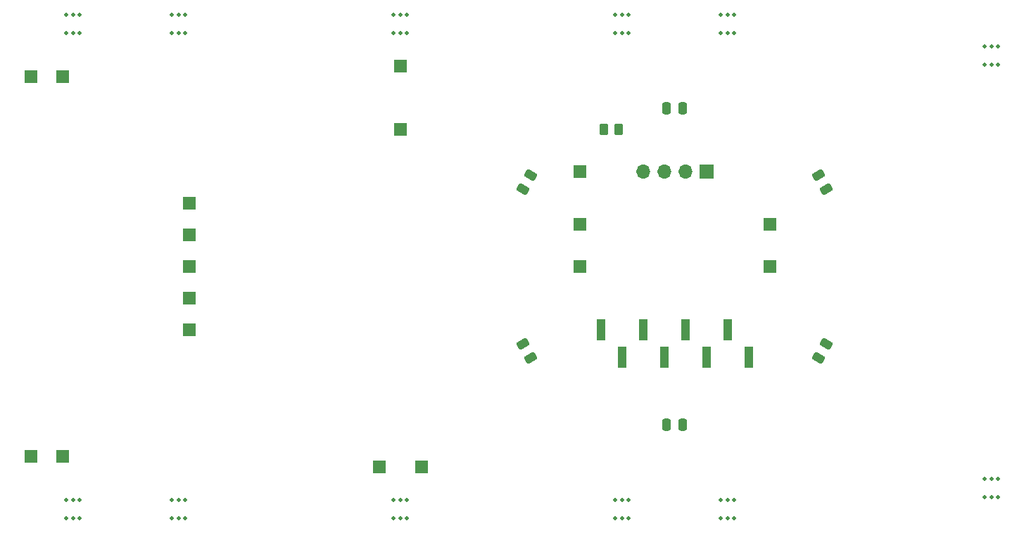
<source format=gbr>
%TF.GenerationSoftware,KiCad,Pcbnew,7.0.10*%
%TF.CreationDate,2024-02-12T11:39:43+01:00*%
%TF.ProjectId,EntangledHearts,456e7461-6e67-46c6-9564-486561727473,rev?*%
%TF.SameCoordinates,Original*%
%TF.FileFunction,Soldermask,Bot*%
%TF.FilePolarity,Negative*%
%FSLAX46Y46*%
G04 Gerber Fmt 4.6, Leading zero omitted, Abs format (unit mm)*
G04 Created by KiCad (PCBNEW 7.0.10) date 2024-02-12 11:39:43*
%MOMM*%
%LPD*%
G01*
G04 APERTURE LIST*
G04 Aperture macros list*
%AMRoundRect*
0 Rectangle with rounded corners*
0 $1 Rounding radius*
0 $2 $3 $4 $5 $6 $7 $8 $9 X,Y pos of 4 corners*
0 Add a 4 corners polygon primitive as box body*
4,1,4,$2,$3,$4,$5,$6,$7,$8,$9,$2,$3,0*
0 Add four circle primitives for the rounded corners*
1,1,$1+$1,$2,$3*
1,1,$1+$1,$4,$5*
1,1,$1+$1,$6,$7*
1,1,$1+$1,$8,$9*
0 Add four rect primitives between the rounded corners*
20,1,$1+$1,$2,$3,$4,$5,0*
20,1,$1+$1,$4,$5,$6,$7,0*
20,1,$1+$1,$6,$7,$8,$9,0*
20,1,$1+$1,$8,$9,$2,$3,0*%
G04 Aperture macros list end*
%ADD10C,0.500000*%
%ADD11R,1.700000X1.700000*%
%ADD12O,1.700000X1.700000*%
%ADD13R,1.500000X1.500000*%
%ADD14RoundRect,0.250000X0.536362X0.020994X0.286362X0.454006X-0.536362X-0.020994X-0.286362X-0.454006X0*%
%ADD15RoundRect,0.250000X-0.250000X-0.475000X0.250000X-0.475000X0.250000X0.475000X-0.250000X0.475000X0*%
%ADD16RoundRect,0.250000X-0.262500X-0.450000X0.262500X-0.450000X0.262500X0.450000X-0.262500X0.450000X0*%
%ADD17R,1.000000X2.510000*%
%ADD18RoundRect,0.250000X0.286362X-0.454006X0.536362X-0.020994X-0.286362X0.454006X-0.536362X0.020994X0*%
%ADD19RoundRect,0.250000X0.250000X0.475000X-0.250000X0.475000X-0.250000X-0.475000X0.250000X-0.475000X0*%
%ADD20RoundRect,0.250000X-0.536362X-0.020994X-0.286362X-0.454006X0.536362X0.020994X0.286362X0.454006X0*%
%ADD21RoundRect,0.250000X-0.286362X0.454006X-0.536362X0.020994X0.286362X-0.454006X0.536362X-0.020994X0*%
G04 APERTURE END LIST*
D10*
%TO.C,mouse-bite-2.54mm-slot*%
X107150000Y-71290000D03*
X107150000Y-73490000D03*
X107950000Y-71290000D03*
X107950000Y-73490000D03*
X108750000Y-71290000D03*
X108750000Y-73490000D03*
%TD*%
%TO.C,mouse-bite-2.54mm-slot*%
X133820000Y-129710000D03*
X133820000Y-131910000D03*
X134620000Y-129710000D03*
X134620000Y-131910000D03*
X135420000Y-129710000D03*
X135420000Y-131910000D03*
%TD*%
%TO.C,mouse-bite-2.54mm-slot*%
X204940000Y-127170000D03*
X204940000Y-129370000D03*
X205740000Y-127170000D03*
X205740000Y-129370000D03*
X206540000Y-127170000D03*
X206540000Y-129370000D03*
%TD*%
%TO.C,mouse-bite-2.54mm-slot*%
X133820000Y-71290000D03*
X133820000Y-73490000D03*
X134620000Y-71290000D03*
X134620000Y-73490000D03*
X135420000Y-71290000D03*
X135420000Y-73490000D03*
%TD*%
%TO.C,mouse-bite-2.54mm-slot*%
X94450000Y-129710000D03*
X94450000Y-131910000D03*
X95250000Y-129710000D03*
X95250000Y-131910000D03*
X96050000Y-129710000D03*
X96050000Y-131910000D03*
%TD*%
%TO.C,mouse-bite-2.54mm-slot*%
X173190000Y-129710000D03*
X173190000Y-131910000D03*
X173990000Y-129710000D03*
X173990000Y-131910000D03*
X174790000Y-129710000D03*
X174790000Y-131910000D03*
%TD*%
%TO.C,mouse-bite-2.54mm-slot*%
X160490000Y-71290000D03*
X160490000Y-73490000D03*
X161290000Y-71290000D03*
X161290000Y-73490000D03*
X162090000Y-71290000D03*
X162090000Y-73490000D03*
%TD*%
%TO.C,mouse-bite-2.54mm-slot*%
X173190000Y-71290000D03*
X173190000Y-73490000D03*
X173990000Y-71290000D03*
X173990000Y-73490000D03*
X174790000Y-71290000D03*
X174790000Y-73490000D03*
%TD*%
%TO.C,mouse-bite-2.54mm-slot*%
X94450000Y-71290000D03*
X94450000Y-73490000D03*
X95250000Y-71290000D03*
X95250000Y-73490000D03*
X96050000Y-71290000D03*
X96050000Y-73490000D03*
%TD*%
%TO.C,mouse-bite-2.54mm-slot*%
X160490000Y-129710000D03*
X160490000Y-131910000D03*
X161290000Y-129710000D03*
X161290000Y-131910000D03*
X162090000Y-129710000D03*
X162090000Y-131910000D03*
%TD*%
D11*
%TO.C,Display1*%
X171450000Y-90170000D03*
D12*
X168910000Y-90170000D03*
X166370000Y-90170000D03*
X163830000Y-90170000D03*
%TD*%
D10*
%TO.C,mouse-bite-2.54mm-slot*%
X204940000Y-75100000D03*
X204940000Y-77300000D03*
X205740000Y-75100000D03*
X205740000Y-77300000D03*
X206540000Y-75100000D03*
X206540000Y-77300000D03*
%TD*%
%TO.C,mouse-bite-2.54mm-slot*%
X107150000Y-129710000D03*
X107150000Y-131910000D03*
X107950000Y-129710000D03*
X107950000Y-131910000D03*
X108750000Y-129710000D03*
X108750000Y-131910000D03*
%TD*%
D13*
%TO.C,PhotoB2*%
X134620000Y-85090000D03*
%TD*%
D14*
%TO.C,C_NP2*%
X185895000Y-92262724D03*
X184945000Y-90617276D03*
%TD*%
D13*
%TO.C,PhotoA2*%
X134620000Y-77470000D03*
%TD*%
%TO.C,NeoPixel2*%
X156210000Y-90170000D03*
%TD*%
D15*
%TO.C,C_NP4*%
X166690000Y-120650000D03*
X168590000Y-120650000D03*
%TD*%
D16*
%TO.C,R_NP1*%
X159107500Y-85090000D03*
X160932500Y-85090000D03*
%TD*%
D13*
%TO.C,SDA1*%
X109220000Y-101600000D03*
%TD*%
D17*
%TO.C,MPU1*%
X176530000Y-112530000D03*
X173990000Y-109220000D03*
X171450000Y-112530000D03*
X168910000Y-109220000D03*
X166370000Y-112530000D03*
X163830000Y-109220000D03*
X161290000Y-112530000D03*
X158750000Y-109220000D03*
%TD*%
D13*
%TO.C,ButtonB1*%
X90170000Y-124460000D03*
%TD*%
%TO.C,GND1*%
X109220000Y-109220000D03*
%TD*%
D18*
%TO.C,C_NP3*%
X184945000Y-112582724D03*
X185895000Y-110937276D03*
%TD*%
D19*
%TO.C,C_NP1*%
X168590000Y-82550000D03*
X166690000Y-82550000D03*
%TD*%
D13*
%TO.C,ButtonB2*%
X137160000Y-125730000D03*
%TD*%
%TO.C,NeoPixel1*%
X109220000Y-105410000D03*
%TD*%
%TO.C,SDA2*%
X179070000Y-96520000D03*
%TD*%
D20*
%TO.C,C_NP5*%
X149385000Y-110937276D03*
X150335000Y-112582724D03*
%TD*%
D13*
%TO.C,ButtonA1*%
X93980000Y-124460000D03*
%TD*%
%TO.C,VCC1*%
X109220000Y-93980000D03*
%TD*%
%TO.C,PhotoB1*%
X93980000Y-78740000D03*
%TD*%
D21*
%TO.C,C_NP6*%
X150335000Y-90617276D03*
X149385000Y-92262724D03*
%TD*%
D13*
%TO.C,SCL1*%
X109220000Y-97790000D03*
%TD*%
%TO.C,SCL2*%
X179070000Y-101600000D03*
%TD*%
%TO.C,GND2*%
X156210000Y-96520000D03*
%TD*%
%TO.C,ButtonA2*%
X132080000Y-125730000D03*
%TD*%
%TO.C,PhotoA1*%
X90170000Y-78740000D03*
%TD*%
%TO.C,VCC2*%
X156210000Y-101600000D03*
%TD*%
M02*

</source>
